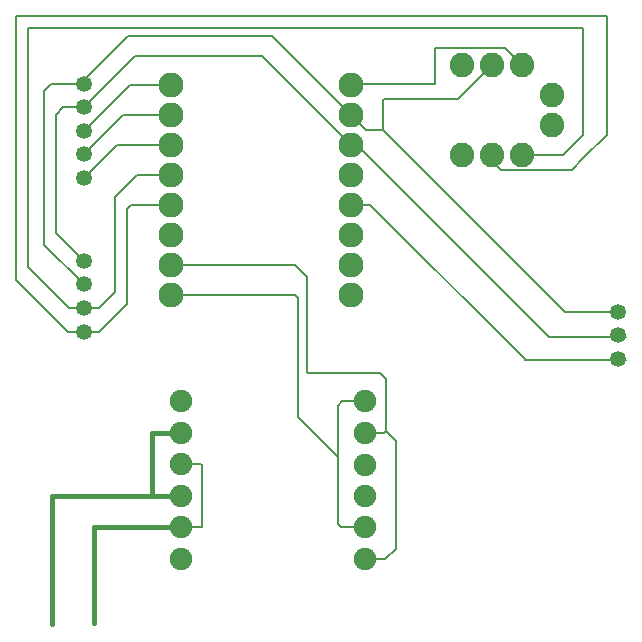
<source format=gbr>
%TF.GenerationSoftware,KiCad,Pcbnew,9.0.2*%
%TF.CreationDate,2025-05-23T14:51:07+09:00*%
%TF.ProjectId,__,78912e6b-6963-4616-945f-706362585858,rev?*%
%TF.SameCoordinates,Original*%
%TF.FileFunction,Soldermask,Top*%
%TF.FilePolarity,Negative*%
%FSLAX46Y46*%
G04 Gerber Fmt 4.6, Leading zero omitted, Abs format (unit mm)*
G04 Created by KiCad (PCBNEW 9.0.2) date 2025-05-23 14:51:07*
%MOMM*%
%LPD*%
G01*
G04 APERTURE LIST*
%ADD10C,1.350000*%
%ADD11C,1.905000*%
%ADD12C,2.109000*%
%ADD13C,2.082800*%
%ADD14C,0.200000*%
%ADD15C,0.400000*%
G04 APERTURE END LIST*
D10*
%TO.C,Sensors*%
X52300000Y-28480000D03*
X52300000Y-26480000D03*
X52300000Y-30480000D03*
%TD*%
D11*
%TO.C,DRV8833 Driver*%
X15300000Y-34065000D03*
X30870000Y-39412500D03*
X30870000Y-47395000D03*
X30870000Y-44725000D03*
X30870000Y-36735000D03*
X30870000Y-34065000D03*
X15300000Y-36735000D03*
X15300000Y-39380000D03*
X15300000Y-42040000D03*
X15300000Y-44710000D03*
X15300000Y-47380000D03*
X30870000Y-42077500D03*
%TD*%
D10*
%TO.C,Button*%
X7080000Y-7160000D03*
X7080000Y-9160000D03*
X7080000Y-11160000D03*
X7080000Y-13160000D03*
X7080000Y-15160000D03*
%TD*%
D12*
%TO.C,ESP32-C3
SuperMini*%
X29700000Y-25040000D03*
X29700000Y-22500000D03*
X29700000Y-19960000D03*
X29700000Y-17420000D03*
X29700000Y-12340000D03*
X29700000Y-14880000D03*
X14460000Y-7260000D03*
X29700000Y-7260000D03*
X14460000Y-9800000D03*
X14460000Y-12340000D03*
X14460000Y-14880000D03*
X14460000Y-17420000D03*
X14460000Y-19960000D03*
X14460000Y-22500000D03*
X14460000Y-25040000D03*
X29700000Y-9800000D03*
%TD*%
D10*
%TO.C,Display / I2C Bus*%
X7080000Y-22160000D03*
X7080000Y-24160000D03*
X7080000Y-26160000D03*
X7080000Y-28160000D03*
%TD*%
D13*
%TO.C,JP2*%
X44190086Y-13225260D03*
X41650086Y-13225260D03*
X39110086Y-13225260D03*
%TD*%
%TO.C,JP4*%
X44190086Y-5605260D03*
X41650086Y-5605260D03*
X39110086Y-5605260D03*
%TD*%
%TO.C,JP5*%
X46730086Y-10685260D03*
X46730086Y-8145260D03*
%TD*%
D14*
X46500000Y-28580000D02*
X53000000Y-28580000D01*
X30260000Y-12340000D02*
X46500000Y-28580000D01*
X44500000Y-30580000D02*
X53000000Y-30580000D01*
X44450000Y-30530000D02*
X44500000Y-30580000D01*
X32400000Y-11056700D02*
X47861650Y-26518350D01*
X47900000Y-26480000D02*
X52300000Y-26480000D01*
X47861650Y-26518350D02*
X47900000Y-26480000D01*
X31340000Y-17420000D02*
X44500000Y-30580000D01*
X28865000Y-44725000D02*
X28585000Y-44445000D01*
X28585000Y-38780000D02*
X28585000Y-34445000D01*
X30870000Y-44725000D02*
X28865000Y-44725000D01*
X32200000Y-31680000D02*
X26100000Y-31680000D01*
X25000000Y-22500000D02*
X26000000Y-23500000D01*
X7080000Y-11160000D02*
X10980000Y-7260000D01*
X4720000Y-9800000D02*
X5360000Y-9160000D01*
X4720000Y-19800000D02*
X4720000Y-9800000D01*
D15*
X12985000Y-42045000D02*
X4385000Y-42045000D01*
D14*
X25200000Y-25280000D02*
X25200000Y-35395000D01*
X10980000Y-7260000D02*
X14460000Y-7260000D01*
X32545000Y-36735000D02*
X30870000Y-36735000D01*
X17085000Y-44745000D02*
X17085000Y-39345000D01*
X33500000Y-37380000D02*
X33500000Y-46530000D01*
X26000000Y-23500000D02*
X26000000Y-31580000D01*
D15*
X12885000Y-36745000D02*
X12885000Y-41935000D01*
D14*
X14460000Y-25040000D02*
X24960000Y-25040000D01*
D15*
X12990000Y-42040000D02*
X15300000Y-42040000D01*
D14*
X29700000Y-12340000D02*
X22160000Y-4800000D01*
X10440000Y-9800000D02*
X14460000Y-9800000D01*
X30870000Y-47395000D02*
X32635000Y-47395000D01*
X32700000Y-32180000D02*
X32200000Y-31680000D01*
X7080000Y-22160000D02*
X4720000Y-19800000D01*
X33500000Y-46530000D02*
X32635000Y-47395000D01*
X22160000Y-4800000D02*
X11440000Y-4800000D01*
D15*
X4385000Y-42045000D02*
X4385000Y-52945000D01*
D14*
X29700000Y-17420000D02*
X31340000Y-17420000D01*
X9900000Y-12340000D02*
X14460000Y-12340000D01*
X5360000Y-9160000D02*
X7080000Y-9160000D01*
X30870000Y-34065000D02*
X28965000Y-34065000D01*
X32700000Y-36580000D02*
X32700000Y-32180000D01*
X7080000Y-15160000D02*
X9900000Y-12340000D01*
X17050000Y-39380000D02*
X15300000Y-39380000D01*
X28965000Y-34065000D02*
X28585000Y-34445000D01*
X32700000Y-36580000D02*
X32545000Y-36735000D01*
X7080000Y-13160000D02*
X10440000Y-9800000D01*
D15*
X7985000Y-44745000D02*
X7985000Y-52845000D01*
D14*
X32700000Y-36580000D02*
X33500000Y-37380000D01*
X25200000Y-35395000D02*
X28585000Y-38780000D01*
D15*
X15300000Y-36735000D02*
X12895000Y-36735000D01*
D14*
X15300000Y-44710000D02*
X17050000Y-44710000D01*
X24960000Y-25040000D02*
X25200000Y-25280000D01*
X11440000Y-4800000D02*
X7080000Y-9160000D01*
X14460000Y-22500000D02*
X25000000Y-22500000D01*
D15*
X15300000Y-44710000D02*
X8020000Y-44710000D01*
D14*
X28585000Y-44445000D02*
X28585000Y-38780000D01*
X42744826Y-4160000D02*
X42700000Y-4160000D01*
X36830000Y-4180000D02*
X36830000Y-7160000D01*
X44190086Y-5605260D02*
X42744826Y-4160000D01*
X36830000Y-7160000D02*
X30320000Y-7160000D01*
X30320000Y-7160000D02*
X30200000Y-7280000D01*
X36850000Y-4160000D02*
X36830000Y-4180000D01*
X42700000Y-4160000D02*
X36850000Y-4160000D01*
X47654740Y-13225260D02*
X49400000Y-11480000D01*
X7080000Y-26160000D02*
X8360000Y-26160000D01*
X8360000Y-26160000D02*
X9720000Y-24800000D01*
X44190086Y-13225260D02*
X47654740Y-13225260D01*
X9720000Y-24800000D02*
X9720000Y-16800000D01*
X11640000Y-14880000D02*
X14460000Y-14880000D01*
X9720000Y-16800000D02*
X11640000Y-14880000D01*
X5870532Y-26180000D02*
X6800000Y-26180000D01*
X2400000Y-2480000D02*
X2400000Y-22709468D01*
X49400000Y-2480000D02*
X2400000Y-2480000D01*
X2400000Y-22709468D02*
X5870532Y-26180000D01*
X49400000Y-11480000D02*
X49400000Y-2480000D01*
X32400000Y-8580000D02*
X32400000Y-11056700D01*
X38775346Y-8480000D02*
X41650086Y-5605260D01*
X3720000Y-20800000D02*
X7080000Y-24160000D01*
X6500000Y-7160000D02*
X4360000Y-7160000D01*
X23060000Y-3160000D02*
X30956700Y-11056700D01*
X32500000Y-8480000D02*
X32400000Y-8580000D01*
X3720000Y-7800000D02*
X3720000Y-20800000D01*
X10830000Y-3160000D02*
X23060000Y-3160000D01*
X4360000Y-7160000D02*
X3720000Y-7800000D01*
X30956700Y-11056700D02*
X32400000Y-11056700D01*
X32500000Y-8480000D02*
X38775346Y-8480000D01*
X7310000Y-6680000D02*
X10830000Y-3160000D01*
X7300000Y-6680000D02*
X7310000Y-6680000D01*
X5800000Y-28180000D02*
X7100000Y-28180000D01*
X51400000Y-11480000D02*
X51400000Y-1480000D01*
X48400000Y-14480000D02*
X49400000Y-13480000D01*
X11100000Y-17420000D02*
X14460000Y-17420000D01*
X42400000Y-14480000D02*
X48400000Y-14480000D01*
X49400000Y-13480000D02*
X51400000Y-11480000D01*
X1400000Y-23780000D02*
X5800000Y-28180000D01*
X1400000Y-1480000D02*
X1400000Y-23709468D01*
X10720000Y-17800000D02*
X11100000Y-17420000D01*
X41650086Y-13730086D02*
X42400000Y-14480000D01*
X10720000Y-25800000D02*
X10720000Y-17800000D01*
X7080000Y-28160000D02*
X8360000Y-28160000D01*
X8360000Y-28160000D02*
X10720000Y-25800000D01*
X51400000Y-1480000D02*
X1400000Y-1480000D01*
M02*

</source>
